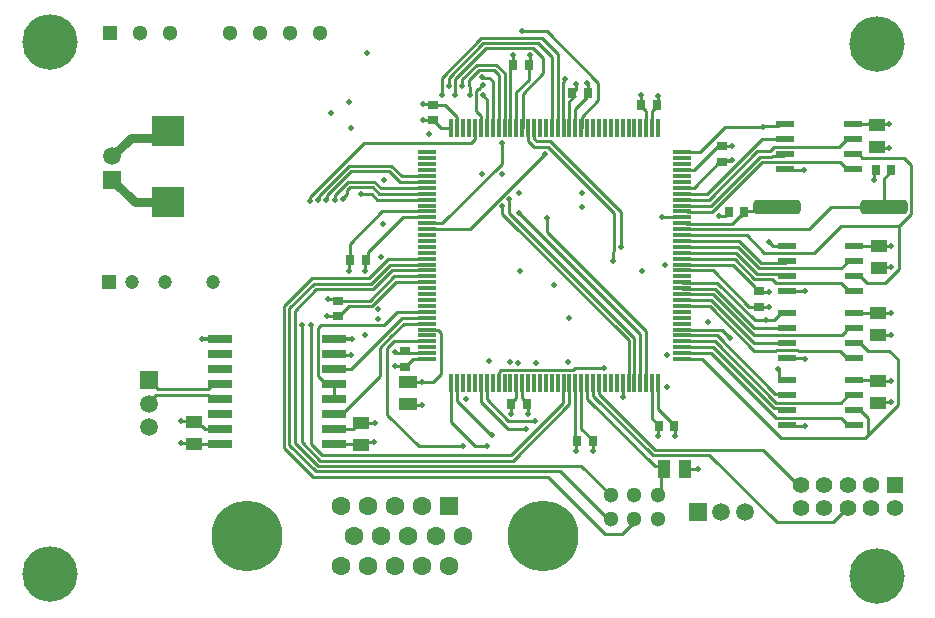
<source format=gtl>
G04*
G04 #@! TF.GenerationSoftware,Altium Limited,Altium Designer,23.11.1 (41)*
G04*
G04 Layer_Physical_Order=1*
G04 Layer_Color=255*
%FSLAX43Y43*%
%MOMM*%
G71*
G04*
G04 #@! TF.SameCoordinates,7BC64366-9C4D-408C-9FF9-50DFB5F98349*
G04*
G04*
G04 #@! TF.FilePolarity,Positive*
G04*
G01*
G75*
%ADD11C,0.250*%
%ADD14C,0.254*%
%ADD30C,1.400*%
%ADD32C,1.600*%
%ADD34R,1.600X1.600*%
%ADD35C,1.500*%
%ADD36R,1.500X1.500*%
%ADD39C,1.300*%
%ADD40R,0.300X1.600*%
%ADD41R,1.600X0.300*%
%ADD42R,1.050X1.500*%
%ADD43R,1.400X1.050*%
%ADD44R,0.800X0.900*%
%ADD45R,0.900X0.800*%
%ADD46R,1.600X0.600*%
G04:AMPARAMS|DCode=47|XSize=1.2mm|YSize=4mm|CornerRadius=0.3mm|HoleSize=0mm|Usage=FLASHONLY|Rotation=90.000|XOffset=0mm|YOffset=0mm|HoleType=Round|Shape=RoundedRectangle|*
%AMROUNDEDRECTD47*
21,1,1.200,3.400,0,0,90.0*
21,1,0.600,4.000,0,0,90.0*
1,1,0.600,1.700,0.300*
1,1,0.600,1.700,-0.300*
1,1,0.600,-1.700,-0.300*
1,1,0.600,-1.700,0.300*
%
%ADD47ROUNDEDRECTD47*%
%ADD48R,2.100X0.800*%
%ADD49R,1.500X1.050*%
%ADD50R,2.770X2.550*%
%ADD51C,0.350*%
%ADD52C,0.800*%
%ADD53C,6.000*%
%ADD54R,1.300X1.300*%
%ADD55R,1.500X1.500*%
%ADD56R,1.400X1.400*%
%ADD57C,4.700*%
%ADD58R,1.200X1.200*%
%ADD59C,1.200*%
%ADD60C,0.500*%
D11*
X77245Y49275D02*
Y49325D01*
X76575Y46175D02*
Y48605D01*
X77245Y49275D01*
X72163Y46175D02*
X76575D01*
X42000Y26000D02*
X43000D01*
X39982Y28018D02*
X42000Y26000D01*
X40482Y29756D02*
X43238Y27000D01*
X43242D01*
X43367Y26875D02*
X43435D01*
X43242Y27000D02*
X43367Y26875D01*
X39982Y28018D02*
Y31275D01*
X40975Y25975D02*
X41000Y26000D01*
X37200Y25975D02*
X40975D01*
X45064Y27402D02*
X46298D01*
X46300Y27400D01*
X28675Y24275D02*
X50978D01*
X53465Y21789D01*
X53211Y19789D02*
X53465D01*
X28488Y23825D02*
X49175D01*
X53211Y19789D01*
X53000Y18500D02*
X54400D01*
X48125Y23375D02*
X53000Y18500D01*
X54400D02*
X55700Y19800D01*
X28225Y23375D02*
X48125D01*
X66350Y25650D02*
X69323Y22677D01*
X57197Y25650D02*
X66350D01*
X69323Y22677D02*
X69545D01*
X67520Y19500D02*
X72311D01*
X73488Y20677D01*
X73545D01*
X61820Y25200D02*
X67520Y19500D01*
X59532Y35325D02*
X62482D01*
X68249Y30403D02*
X68392Y30260D01*
X62482Y35325D02*
X67404Y30403D01*
X68249D01*
X67457Y29635D02*
X72985D01*
X59532Y34825D02*
X62267D01*
X67457Y29635D01*
X62131Y34325D02*
X67291Y29165D01*
X59532Y34325D02*
X62131D01*
X67457Y39767D02*
X72962D01*
X63956Y41800D02*
X65639Y40117D01*
X67107D01*
X67457Y39767D01*
X61004Y50825D02*
X63179Y53000D01*
X66400D01*
X74482Y50655D02*
X74787Y50350D01*
X73982Y50655D02*
X74482D01*
X74787Y50350D02*
X78300D01*
X30794Y46943D02*
X31127Y47276D01*
X28026Y46764D02*
Y47051D01*
X28747Y47131D02*
X31316Y49700D01*
X30794Y46875D02*
Y46943D01*
X30139Y46836D02*
Y47251D01*
X29430Y46805D02*
Y47178D01*
X31127Y47276D02*
Y47602D01*
X28000Y46738D02*
X28026Y46764D01*
X28699Y46780D02*
X28747Y46828D01*
X31127Y47602D02*
X31400Y47875D01*
X29399Y46774D02*
X29430Y46805D01*
X30098Y46795D02*
X30139Y46836D01*
X28747Y46828D02*
Y47131D01*
X51007Y53810D02*
X52430Y55232D01*
Y56720D01*
X49575Y56932D02*
Y57000D01*
X49432Y56789D02*
X49575Y56932D01*
X49432Y53835D02*
Y56789D01*
X49457Y52900D02*
Y53810D01*
Y52900D02*
X49482Y52875D01*
X49432Y53835D02*
X49457Y53810D01*
X46007Y55807D02*
X47756Y57556D01*
X45482Y55918D02*
X46545Y56981D01*
X45482Y52875D02*
Y55918D01*
X47756Y57556D02*
Y58794D01*
X46007Y52900D02*
Y55807D01*
X46545Y56981D02*
Y58225D01*
X18875Y27625D02*
X19130Y27370D01*
X20432D01*
X18600Y27625D02*
X18875D01*
X18125Y28100D02*
X18600Y27625D01*
X51482Y29968D02*
Y31275D01*
X57550Y24254D02*
X57700Y24104D01*
Y21980D02*
Y24104D01*
X57196Y24254D02*
X57550D01*
X51482Y29968D02*
X57196Y24254D01*
X57700Y21800D02*
Y21980D01*
X39100Y32025D02*
Y35567D01*
X38425Y31350D02*
X39100Y32025D01*
X38867Y35800D02*
X39100Y35567D01*
X55982Y31275D02*
Y35421D01*
X45673Y45731D02*
X55982Y35421D01*
X48163Y51300D02*
X53729Y45735D01*
Y42440D02*
Y45735D01*
X54304Y42825D02*
Y45796D01*
X53675Y42387D02*
X53729Y42440D01*
X42100Y56014D02*
X42277Y56191D01*
X42298D01*
X42607Y56500D01*
X42675D01*
X41475Y56412D02*
Y56941D01*
Y56412D02*
X41517Y56369D01*
Y55732D02*
X41525Y55724D01*
X42982Y53200D02*
Y55325D01*
X42100Y54300D02*
Y56014D01*
Y54300D02*
X42457Y53943D01*
X42675Y55632D02*
X42982Y55325D01*
X42675Y55632D02*
Y55700D01*
X41517Y55732D02*
Y56369D01*
X34901Y35275D02*
X34901D01*
X35951Y36325D02*
X37932D01*
X34901Y35275D02*
X35951Y36325D01*
X33929Y34303D02*
X34901Y35275D01*
X34550Y34288D02*
X35087Y34825D01*
X37932D01*
X34550Y28625D02*
Y34288D01*
X33929Y31887D02*
Y34303D01*
X35815Y36825D02*
X37932D01*
X31457Y32467D02*
X35815Y36825D01*
X51007Y52900D02*
Y53810D01*
X59800Y24000D02*
X60900D01*
X57700Y23750D02*
X57950Y24000D01*
X28026Y47051D02*
X32625Y51650D01*
X29430Y47178D02*
X31502Y49250D01*
X30139Y47251D02*
X31239Y48350D01*
X62129Y40825D02*
X65203Y37750D01*
X59532Y40825D02*
X62129D01*
X62705Y50055D02*
X62925D01*
X56982Y54362D02*
X57445Y54825D01*
X35368Y33825D02*
X37932D01*
X44197Y32400D02*
X50261D01*
X50436Y32575D01*
X44007Y32210D02*
X44197Y32400D01*
X64800Y45875D02*
X67275D01*
X67575Y46175D01*
X50491Y56616D02*
X50500Y56625D01*
X50491Y56091D02*
Y56616D01*
X50225Y55825D02*
X50491Y56091D01*
X49982Y55157D02*
X50412Y55588D01*
X50482Y54538D02*
X51444Y55500D01*
X51545Y55825D01*
X50482Y52875D02*
Y54538D01*
X51548Y56150D02*
Y56652D01*
X51545Y55825D02*
X51548Y56150D01*
X51500Y56700D02*
X51548Y56652D01*
X48050Y61100D02*
X52430Y56720D01*
X45975Y61100D02*
X48050D01*
X18175Y26200D02*
X18200Y26175D01*
X17100Y26200D02*
X18175D01*
X18200Y26175D02*
X20357D01*
X17100Y28100D02*
X18125D01*
X45056Y27394D02*
X45064Y27402D01*
X49457Y29644D02*
Y31250D01*
X29047Y25175D02*
X44988D01*
X49457Y29644D01*
X45175Y24725D02*
X49982Y29532D01*
X28861Y24725D02*
X45175D01*
X49982Y29532D02*
Y31275D01*
X44806Y27394D02*
X45056D01*
X47100Y28100D02*
X47100Y28100D01*
X46475Y28675D02*
Y29445D01*
X44787Y28100D02*
X47100D01*
X42982Y29905D02*
X44787Y28100D01*
X75725Y53225D02*
X77075D01*
X62550Y51375D02*
X63700D01*
X76150Y42954D02*
X76204Y42900D01*
X59532Y41300D02*
X63820D01*
X32700Y41405D02*
X32945Y41650D01*
Y42370D01*
X28903Y36175D02*
X34293D01*
X28657Y35929D02*
X28903Y36175D01*
X34293D02*
X35418Y37300D01*
X34550Y28625D02*
X37200Y25975D01*
X28100Y26122D02*
Y36200D01*
Y26122D02*
X29047Y25175D01*
X42482Y29718D02*
X44806Y27394D01*
X30250Y38400D02*
X30375Y38275D01*
X29500Y38400D02*
X30250D01*
X27300Y26286D02*
Y36200D01*
Y26286D02*
X28861Y24725D01*
X32325Y27875D02*
X32350Y27900D01*
X33500D01*
X36450Y29400D02*
X37500D01*
X38115Y31352D02*
X38118Y31350D01*
X37548Y31352D02*
X38115D01*
X36350Y31400D02*
X37500D01*
X36325Y31375D02*
X36350Y31400D01*
X37500D02*
X37548Y31352D01*
X38118Y31350D02*
X38425D01*
X26700Y37427D02*
X28523Y39250D01*
X25800Y25800D02*
X28225Y23375D01*
X26250Y26063D02*
X28488Y23825D01*
X26700Y26250D02*
Y37427D01*
X28336Y39700D02*
X33164D01*
X26250Y26063D02*
Y37614D01*
X28523Y39250D02*
X33350D01*
X26700Y26250D02*
X28675Y24275D01*
X26250Y37614D02*
X28336Y39700D01*
X33164D02*
X34789Y41325D01*
X32575Y26275D02*
X33438D01*
X25800Y25800D02*
Y37800D01*
X32325Y26025D02*
X32575Y26275D01*
X25800Y37800D02*
X28150Y40150D01*
X52507Y30340D02*
X57197Y25650D01*
X52007Y30204D02*
X57011Y25200D01*
X61820D01*
X52007Y30204D02*
Y31250D01*
X51982Y31275D02*
X52007Y31250D01*
X52507Y30340D02*
Y31250D01*
X52482Y31275D02*
X52507Y31250D01*
X51945Y26425D02*
X52000Y26370D01*
X50575Y25550D02*
Y26375D01*
X52000Y25575D02*
Y26370D01*
X50575Y26375D02*
X50600Y26400D01*
X68427Y27685D02*
X69915D01*
X69950Y27650D01*
X30374Y36956D02*
X30400Y36930D01*
X29444Y36956D02*
X30374D01*
X28150Y40150D02*
X32976D01*
X31400Y41700D02*
Y43100D01*
X34125Y45825D01*
X37932D01*
X31300Y41600D02*
X31400Y41700D01*
X31300Y40800D02*
Y41600D01*
X32945Y42370D02*
X35900Y45325D01*
X37932D01*
X32700Y40800D02*
Y41405D01*
X32976Y40150D02*
X34651Y41825D01*
X37932D01*
X33350Y39250D02*
X34925Y40825D01*
X34789Y41325D02*
X37932D01*
X34925Y40825D02*
X37932D01*
X33050Y38250D02*
X35125Y40325D01*
X33236Y37800D02*
X35261Y39825D01*
X37932D01*
X35125Y40325D02*
X37932D01*
X31320Y37800D02*
X33236D01*
X30400Y38250D02*
X33050D01*
X30450Y36930D02*
X31320Y37800D01*
X44982Y52875D02*
Y57982D01*
X45225Y58225D01*
X43787Y58225D02*
X44482Y57530D01*
Y52875D02*
Y57530D01*
X43600Y57775D02*
X43982Y57393D01*
Y52875D02*
Y57393D01*
X43482Y52875D02*
Y56846D01*
X43177Y57152D02*
X43482Y56846D01*
X42642Y57152D02*
X43177D01*
X42595Y57199D02*
X42642Y57152D01*
X42457Y53673D02*
Y53943D01*
Y53673D02*
X42457Y53673D01*
Y52900D02*
X42482Y52875D01*
X42457Y52900D02*
Y53673D01*
X39750Y57125D02*
X42700Y60075D01*
X39750Y56450D02*
Y57125D01*
X62875Y35825D02*
X63575Y35125D01*
X59532Y35825D02*
X62875D01*
X59532Y33825D02*
X61994D01*
X67455Y28365D01*
X67291Y29165D02*
X68217D01*
X67455Y28365D02*
X72935D01*
X32625Y51650D02*
X41667D01*
X31239Y48350D02*
X33472D01*
X31502Y49250D02*
X34702D01*
X31316Y49700D02*
X34889D01*
X31400Y47875D02*
X33311D01*
X61227Y33325D02*
X67902Y26650D01*
X59532Y33325D02*
X61227D01*
X73405Y27895D02*
X73932D01*
X74107Y27720D01*
X72935Y28365D02*
X73405Y27895D01*
X73607Y30260D02*
X74107D01*
X73432Y30085D02*
X73607Y30260D01*
X73432Y30082D02*
Y30085D01*
X72985Y29635D02*
X73432Y30082D01*
X72850Y34050D02*
X73295Y33605D01*
X69332Y34050D02*
X72850D01*
X73932Y33605D02*
X74107Y33430D01*
X73295Y33605D02*
X73932D01*
X65619Y35345D02*
X73045D01*
X73607Y35970D02*
X74107D01*
X73432Y35795D02*
X73607Y35970D01*
X73432Y35732D02*
Y35795D01*
X73045Y35345D02*
X73432Y35732D01*
X62301Y39300D02*
X65631Y35970D01*
X68392D01*
X65648Y36627D02*
X66577D01*
X62475Y39800D02*
X65648Y36627D01*
X65628Y34700D02*
X68392D01*
X59532Y37825D02*
X61867D01*
X62003Y38325D02*
X65628Y34700D01*
X66577Y36627D02*
X66625Y36675D01*
X59357Y38825D02*
X62139D01*
X59532Y39300D02*
X62301D01*
X66625Y36675D02*
X67327D01*
X61867Y37825D02*
X65642Y34050D01*
X59532Y39800D02*
X62475D01*
X65642Y34050D02*
X67452D01*
X59532Y38325D02*
X62003D01*
X62139Y38825D02*
X65619Y35345D01*
X65203Y37750D02*
X66050D01*
X67327Y36675D02*
X67892Y37240D01*
X65992Y41037D02*
X72982D01*
X73607Y41662D01*
X74107D01*
X39150Y57162D02*
X42513Y60525D01*
X39150Y55800D02*
Y57162D01*
X42122Y58225D02*
X43787D01*
X42309Y57775D02*
X43600D01*
X38450Y53530D02*
X39105Y52875D01*
X39982D01*
X38400Y53530D02*
X38450D01*
X38380Y53550D02*
X38400Y53530D01*
X30682Y28640D02*
X33929Y31887D01*
X35175Y32700D02*
X36005D01*
X35268Y33925D02*
X35368Y33825D01*
X35200Y33925D02*
X35268D01*
X30077Y33675D02*
X31525D01*
X46370Y29550D02*
X46475Y29445D01*
X56982Y28268D02*
X57525Y27725D01*
Y27675D02*
Y27725D01*
X56982Y28268D02*
Y31275D01*
X57482Y29088D02*
X58845Y27725D01*
X57482Y29088D02*
Y31275D01*
X58845Y27675D02*
Y27725D01*
X57450Y27600D02*
X57525Y27675D01*
X57450Y26800D02*
Y27600D01*
X58845Y27675D02*
X58875Y27645D01*
Y26775D02*
Y27645D01*
X48350Y51750D02*
X54304Y45796D01*
X53675Y41650D02*
Y42387D01*
X33472Y48350D02*
X33997Y47825D01*
X32325Y47325D02*
X33225D01*
X32300Y47300D02*
X32325Y47325D01*
X33311Y47875D02*
X33861Y47325D01*
X33225D02*
X33725Y46825D01*
X74988Y26650D02*
X75232Y26894D01*
X67902Y26650D02*
X74963D01*
X75232Y26894D02*
Y28365D01*
X75250Y26912D02*
X77775Y29437D01*
Y33300D01*
X77050Y34025D02*
X77775Y33300D01*
X74107Y34700D02*
X74607D01*
X75282Y34025D02*
X77050D01*
X74607Y34700D02*
X75282Y34025D01*
X76736Y39798D02*
X77859Y40921D01*
X75201Y39798D02*
X76736D01*
X77859Y44575D02*
X78900Y45616D01*
X77859Y40921D02*
Y44575D01*
X78300Y50350D02*
X78900Y49750D01*
X72932Y44575D02*
X77859D01*
X78900Y45616D02*
Y49750D01*
X71257Y42900D02*
X72932Y44575D01*
X75800Y49200D02*
X75925Y49325D01*
X75800Y48475D02*
Y49200D01*
X74107Y40392D02*
X74607D01*
X75201Y39798D01*
X36025Y32680D02*
X36075D01*
X36720Y33325D01*
X37932D01*
X36005Y32700D02*
X36025Y32680D01*
X37134Y37300D02*
X37134Y37300D01*
X28657Y31905D02*
Y35929D01*
X37907Y37300D02*
X37932Y37325D01*
X37134Y37300D02*
X37907D01*
X35418Y37300D02*
X37134D01*
X34702Y49250D02*
X35627Y48325D01*
X34889Y49700D02*
X35764Y48825D01*
X54482Y31275D02*
X54491Y31266D01*
Y30109D02*
Y31266D01*
Y30109D02*
X54500Y30100D01*
X50436Y32575D02*
X52882D01*
X42482Y29718D02*
Y31275D01*
X42982Y29905D02*
Y31275D01*
X45000Y29500D02*
X45050Y29550D01*
X45000Y28700D02*
Y29500D01*
X48982Y52875D02*
Y59191D01*
X47648Y60525D02*
X48982Y59191D01*
X47197Y51750D02*
X48350D01*
X47007Y51940D02*
Y52850D01*
X44307Y45647D02*
X54982Y34972D01*
X44307Y45647D02*
Y46293D01*
X37932Y44325D02*
X41525D01*
X47007Y51940D02*
X47197Y51750D01*
X41525Y44325D02*
X47925Y50725D01*
X47011Y51300D02*
X48163D01*
X39188Y44825D02*
X44232Y49869D01*
Y51636D01*
X54982Y31275D02*
Y34972D01*
X44900Y45690D02*
Y46875D01*
Y45690D02*
X55482Y35108D01*
Y31275D02*
Y35108D01*
X46507Y51804D02*
X47011Y51300D01*
X46507Y51804D02*
Y52850D01*
X46482Y52875D02*
X46507Y52850D01*
X62778Y45475D02*
X63180D01*
X62727Y45425D02*
X62778Y45475D01*
X62660Y45425D02*
X62727D01*
X76175Y29675D02*
X77200D01*
X76175Y35400D02*
X77200D01*
X57850Y45350D02*
X57862Y45338D01*
X59520D02*
X59532Y45325D01*
X57862Y45338D02*
X59520D01*
X40482Y29756D02*
Y31275D01*
X30032Y33720D02*
X30077Y33675D01*
X36325Y29525D02*
X36450Y29400D01*
X43982Y31275D02*
X44007Y31300D01*
Y32210D01*
X50982Y27438D02*
Y31275D01*
Y27438D02*
X51945Y26475D01*
Y26425D02*
Y26475D01*
X50482Y26568D02*
Y31275D01*
Y26568D02*
X50625Y26425D01*
X76100Y51175D02*
X77075D01*
X76000Y51275D02*
X76100Y51175D01*
X75500Y53450D02*
X75725Y53225D01*
X75245Y53195D02*
X75500Y53450D01*
X76150Y41050D02*
X76200Y41100D01*
X77225D01*
X74107Y42932D02*
X76129D01*
X76204Y42900D02*
X77225D01*
X76129Y42932D02*
X76150Y42954D01*
X73982Y53195D02*
X75245D01*
X20357Y26175D02*
X20432Y26100D01*
X31645Y27370D02*
X32150Y27875D01*
X32325D01*
X30032Y27370D02*
X31645D01*
X32250Y26100D02*
X32325Y26025D01*
X30032Y26100D02*
X32250D01*
X37932Y35825D02*
X37957Y35800D01*
X38867D01*
X30049Y32467D02*
X31457D01*
X30032Y32450D02*
X30049Y32467D01*
X28657Y31905D02*
X29382Y31180D01*
X30032D01*
Y28640D02*
X30682D01*
X30032Y29910D02*
Y31180D01*
X56482Y52875D02*
Y54343D01*
X56075Y54750D02*
Y54800D01*
Y54750D02*
X56482Y54343D01*
X62925Y50055D02*
X63700D01*
X62925D02*
X63057Y50187D01*
X62875Y50005D02*
X62925Y50055D01*
X42513Y60525D02*
X47648D01*
X49982Y52875D02*
Y55157D01*
X50982Y52875D02*
X51007Y52900D01*
X46545Y58225D02*
X46625Y58305D01*
Y59050D01*
X42886Y59625D02*
X46925D01*
X47756Y58794D01*
X14375Y31550D02*
X15123Y30802D01*
X17363Y30797D02*
X19399D01*
X17154Y30293D02*
X19399D01*
X17149Y30298D02*
X17154Y30293D01*
X15011Y30298D02*
X17149D01*
X14375Y29662D02*
X15011Y30298D01*
X19399Y30797D02*
X19782Y31180D01*
Y29910D02*
X20432D01*
X19399Y30293D02*
X19782Y29910D01*
X14375Y29550D02*
Y29662D01*
X17358Y30802D02*
X17363Y30797D01*
X15123Y30802D02*
X17358D01*
X19782Y31180D02*
X20432D01*
X37575Y53550D02*
X38380D01*
X40922Y56441D02*
Y57025D01*
X41475Y56941D02*
X42309Y57775D01*
X40325Y55812D02*
Y57064D01*
X42886Y59625D01*
X40900Y56419D02*
X40922Y56441D01*
Y57025D02*
X42122Y58225D01*
X35627Y48325D02*
X37932D01*
X35764Y48825D02*
X37932D01*
X33997Y47825D02*
X37932D01*
X33725Y46825D02*
X37932D01*
X33861Y47325D02*
X37932D01*
X47315Y60075D02*
X48482Y58908D01*
X42700Y60075D02*
X47315D01*
X48482Y52875D02*
Y58908D01*
X45175Y58275D02*
Y59050D01*
X39417Y54850D02*
X40457Y53810D01*
Y52900D02*
Y53810D01*
X38400Y54850D02*
X39417D01*
X40457Y52900D02*
X40482Y52875D01*
X38325Y54925D02*
X38400Y54850D01*
X37575Y54925D02*
X38325D01*
X45982Y29988D02*
X46370Y29600D01*
Y29550D02*
Y29600D01*
X45050Y29550D02*
Y29600D01*
X45482Y30032D01*
X45982Y29988D02*
Y31275D01*
X45482Y30032D02*
Y31275D01*
X49457Y31250D02*
X49482Y31275D01*
X37932Y44825D02*
X39188D01*
X68284Y49367D02*
X69808D01*
X69825Y49350D01*
X68267Y49385D02*
X68284Y49367D01*
X72857Y50010D02*
X73482Y49385D01*
X73982D01*
X70288Y44300D02*
X72163Y46175D01*
X70664Y42307D02*
X71257Y42900D01*
X67457Y34055D02*
X69327D01*
X67452Y34050D02*
X67457Y34055D01*
X68392Y27720D02*
X68427Y27685D01*
X68217Y29165D02*
X68392Y28990D01*
X67717Y31705D02*
X67892Y31530D01*
X68392D01*
X67717Y31705D02*
Y32383D01*
X74107Y28990D02*
X74607D01*
X75232Y28365D01*
X68428Y39086D02*
X69914D01*
X69950Y39050D01*
X73607Y39122D02*
X74107D01*
X72962Y39767D02*
X73607Y39122D01*
X69910Y33390D02*
X69950Y33350D01*
X68392Y33430D02*
X68432Y33390D01*
X69910D01*
X69327Y34055D02*
X69332Y34050D01*
X67650Y32450D02*
X67717Y32383D01*
X41667Y51650D02*
X41957Y51940D01*
X73482Y51925D02*
X73982D01*
X72837Y51280D02*
X73482Y51925D01*
X67332Y51280D02*
X72837D01*
X66285Y50010D02*
X72857D01*
X68092Y50480D02*
X68267Y50655D01*
X67169Y50480D02*
X68092D01*
X67149Y50460D02*
X67169Y50480D01*
X63057Y50187D02*
X63715D01*
X66400Y53048D02*
X67623D01*
X66962Y50910D02*
X67332Y51280D01*
X67623Y53048D02*
X67700Y53125D01*
X66266Y51925D02*
X68267D01*
X65887Y50910D02*
X66962D01*
X59532Y50825D02*
X61004D01*
X59538Y49331D02*
X60506D01*
X59532Y49325D02*
X59538Y49331D01*
X60506D02*
X62550Y51375D01*
X60494Y47844D02*
X62705Y50055D01*
X60025Y47825D02*
X60044Y47844D01*
X60494D01*
X66473Y42307D02*
X70664D01*
X59925Y44300D02*
X70288D01*
X63455Y45750D02*
Y45800D01*
X59925D02*
X62075D01*
X63180Y45475D02*
X63455Y45750D01*
X64775D02*
Y45800D01*
X64500Y45475D02*
X64775Y45750D01*
X66073Y50460D02*
X67149D01*
X61666Y47325D02*
X66266Y51925D01*
X61802Y46825D02*
X65887Y50910D01*
X61939Y46325D02*
X66073Y50460D01*
X62075Y45800D02*
X66285Y50010D01*
X59750Y47300D02*
X59775Y47325D01*
X59775Y46300D02*
X59800Y46325D01*
X59775Y47325D02*
X61666D01*
X60000Y46800D02*
X60025Y46825D01*
X59800Y46325D02*
X61939D01*
X60025Y46825D02*
X61802D01*
X67217Y42932D02*
X68392D01*
X65826Y40567D02*
X68217D01*
X64980Y43800D02*
X66473Y42307D01*
X66850Y43275D02*
X66874D01*
X64229Y42800D02*
X65992Y41037D01*
X66874Y43275D02*
X67217Y42932D01*
X68217Y41487D02*
X68392Y41662D01*
X67151Y41487D02*
X68217D01*
Y40567D02*
X68392Y40392D01*
X64316Y43350D02*
X66178Y41487D01*
X67151D02*
X67151Y41487D01*
X66178Y41487D02*
X67151D01*
X59875Y43350D02*
X64316D01*
X59532Y42800D02*
X64229D01*
X59875Y43800D02*
X64980D01*
X59925Y41800D02*
X63956D01*
X59532Y42300D02*
X64093D01*
X63775Y44800D02*
X64450Y45475D01*
X64500D01*
X59850Y44800D02*
X63775D01*
X64093Y42300D02*
X65826Y40567D01*
X63820Y41300D02*
X65725Y39395D01*
X48100Y44100D02*
Y45275D01*
Y44100D02*
X56482Y35718D01*
X68392Y39122D02*
X68428Y39086D01*
X67892Y37240D02*
X68392D01*
X66100Y37700D02*
X66875D01*
X66103Y39017D02*
X66875D01*
X66000Y39070D02*
X66050D01*
X65725Y39345D02*
Y39395D01*
Y39345D02*
X66000Y39070D01*
X57445Y54825D02*
Y55625D01*
X56982Y52875D02*
Y54362D01*
X41957Y52850D02*
X41982Y52875D01*
X41957Y52077D02*
Y52850D01*
X55995Y54950D02*
Y55650D01*
X45175Y58275D02*
X45225Y58225D01*
X46982Y52875D02*
X47007Y52850D01*
X45982Y52875D02*
X46007Y52900D01*
X41957Y51940D02*
Y52077D01*
X41957Y52077D01*
X56482Y31275D02*
Y35718D01*
D14*
X77170Y37225D02*
X77185Y37240D01*
X74107D02*
X76125D01*
X76110Y31530D02*
X76140Y31500D01*
X77200D01*
X74107Y31530D02*
X76110D01*
X76125Y37240D02*
X76140Y37225D01*
X77170D01*
D30*
X77545Y20677D02*
D03*
X75545D02*
D03*
X73545D02*
D03*
X75545Y22677D02*
D03*
X73545D02*
D03*
X71545D02*
D03*
X69545D02*
D03*
X71545Y20677D02*
D03*
X69545D02*
D03*
D32*
X37500Y20905D02*
D03*
X35200D02*
D03*
X32900D02*
D03*
X30600D02*
D03*
X40950Y18365D02*
D03*
X38650D02*
D03*
X36350D02*
D03*
X34050D02*
D03*
X31750D02*
D03*
X39800Y15825D02*
D03*
X37500D02*
D03*
X30600D02*
D03*
X35200D02*
D03*
X32900D02*
D03*
D34*
X39800Y20905D02*
D03*
D35*
X14375Y27550D02*
D03*
Y29550D02*
D03*
X64846Y20405D02*
D03*
X62846D02*
D03*
X11285Y50495D02*
D03*
D36*
X60846Y20405D02*
D03*
D39*
X26305Y60909D02*
D03*
X28845D02*
D03*
X23765D02*
D03*
X21225D02*
D03*
X16145D02*
D03*
X13605D02*
D03*
X55465Y21789D02*
D03*
X53465D02*
D03*
X57465D02*
D03*
Y19789D02*
D03*
X53465D02*
D03*
X55465D02*
D03*
D40*
X57482Y31275D02*
D03*
X56982D02*
D03*
X56482D02*
D03*
X55982D02*
D03*
X55482D02*
D03*
X54982D02*
D03*
X54482D02*
D03*
X53982D02*
D03*
X53482D02*
D03*
X52982D02*
D03*
X52482D02*
D03*
X51982D02*
D03*
X51482D02*
D03*
X50982D02*
D03*
X50482D02*
D03*
X49982D02*
D03*
X49482D02*
D03*
X48982D02*
D03*
X48482D02*
D03*
X47982D02*
D03*
X47482D02*
D03*
X46982D02*
D03*
X46482D02*
D03*
X45982D02*
D03*
X45482D02*
D03*
X44982D02*
D03*
X44482D02*
D03*
X43982D02*
D03*
X43482D02*
D03*
X42982D02*
D03*
X42482D02*
D03*
X41982D02*
D03*
X41482D02*
D03*
X40982D02*
D03*
X40482D02*
D03*
X39982D02*
D03*
Y52875D02*
D03*
X40482D02*
D03*
X40982D02*
D03*
X41482D02*
D03*
X41982D02*
D03*
X42482D02*
D03*
X42982D02*
D03*
X43482D02*
D03*
X43982D02*
D03*
X44482D02*
D03*
X44982D02*
D03*
X45482D02*
D03*
X45982D02*
D03*
X46482D02*
D03*
X46982D02*
D03*
X47482D02*
D03*
X47982D02*
D03*
X48482D02*
D03*
X48982D02*
D03*
X49482D02*
D03*
X49982D02*
D03*
X50482D02*
D03*
X50982D02*
D03*
X51482D02*
D03*
X51982D02*
D03*
X52482D02*
D03*
X52982D02*
D03*
X53482D02*
D03*
X53982D02*
D03*
X54482D02*
D03*
X54982D02*
D03*
X55482D02*
D03*
X55982D02*
D03*
X56482D02*
D03*
X56982D02*
D03*
X57482D02*
D03*
D41*
X37932Y33325D02*
D03*
Y33825D02*
D03*
Y34325D02*
D03*
Y34825D02*
D03*
Y35325D02*
D03*
Y35825D02*
D03*
Y36325D02*
D03*
Y36825D02*
D03*
Y37325D02*
D03*
Y37825D02*
D03*
Y38325D02*
D03*
Y38825D02*
D03*
Y39325D02*
D03*
Y39825D02*
D03*
Y40325D02*
D03*
Y40825D02*
D03*
Y41325D02*
D03*
Y41825D02*
D03*
Y42325D02*
D03*
Y42825D02*
D03*
Y43325D02*
D03*
Y43825D02*
D03*
Y44325D02*
D03*
Y44825D02*
D03*
Y45325D02*
D03*
Y45825D02*
D03*
Y46325D02*
D03*
Y46825D02*
D03*
Y47325D02*
D03*
Y47825D02*
D03*
Y48325D02*
D03*
Y48825D02*
D03*
Y49325D02*
D03*
Y49825D02*
D03*
Y50325D02*
D03*
Y50825D02*
D03*
X59532D02*
D03*
Y50325D02*
D03*
Y49825D02*
D03*
Y49325D02*
D03*
Y48825D02*
D03*
Y48325D02*
D03*
Y47825D02*
D03*
Y47325D02*
D03*
Y46825D02*
D03*
Y46325D02*
D03*
Y45825D02*
D03*
Y45325D02*
D03*
Y44825D02*
D03*
Y44325D02*
D03*
Y43825D02*
D03*
Y43325D02*
D03*
Y42825D02*
D03*
Y42325D02*
D03*
Y41825D02*
D03*
Y41325D02*
D03*
Y40825D02*
D03*
Y40325D02*
D03*
Y39825D02*
D03*
Y39325D02*
D03*
Y38825D02*
D03*
Y38325D02*
D03*
Y37825D02*
D03*
Y37325D02*
D03*
Y36825D02*
D03*
Y36325D02*
D03*
Y35825D02*
D03*
Y35325D02*
D03*
Y34825D02*
D03*
Y34325D02*
D03*
Y33825D02*
D03*
Y33325D02*
D03*
D42*
X59800Y24000D02*
D03*
X57950D02*
D03*
D43*
X32325Y26025D02*
D03*
Y27875D02*
D03*
X76125Y29625D02*
D03*
Y31475D02*
D03*
Y35350D02*
D03*
Y37200D02*
D03*
X76150Y41050D02*
D03*
Y42900D02*
D03*
X18200Y26175D02*
D03*
Y28025D02*
D03*
X76000Y53125D02*
D03*
Y51275D02*
D03*
D44*
X58845Y27675D02*
D03*
X57525D02*
D03*
X51945Y26425D02*
D03*
X50625D02*
D03*
X45225Y58225D02*
D03*
X46545D02*
D03*
X56075Y54800D02*
D03*
X57395D02*
D03*
X75925Y49325D02*
D03*
X77245D02*
D03*
X64775Y45800D02*
D03*
X63455D02*
D03*
X45050Y29550D02*
D03*
X46370D02*
D03*
X31400Y41700D02*
D03*
X32720D02*
D03*
X51545Y55825D02*
D03*
X50225D02*
D03*
D45*
X36025Y32680D02*
D03*
Y34000D02*
D03*
X30400Y36930D02*
D03*
Y38250D02*
D03*
X38400Y53530D02*
D03*
Y54850D02*
D03*
X66050Y37750D02*
D03*
Y39070D02*
D03*
X62875Y50005D02*
D03*
Y51325D02*
D03*
D46*
X73982Y53195D02*
D03*
X68267D02*
D03*
X73982Y51925D02*
D03*
Y50655D02*
D03*
Y49385D02*
D03*
X68267D02*
D03*
Y50655D02*
D03*
Y51925D02*
D03*
X74107Y42932D02*
D03*
X68392D02*
D03*
X74107Y41662D02*
D03*
Y40392D02*
D03*
Y39122D02*
D03*
X68392D02*
D03*
Y40392D02*
D03*
Y41662D02*
D03*
X74107Y31530D02*
D03*
X68392D02*
D03*
X74107Y30260D02*
D03*
Y28990D02*
D03*
Y27720D02*
D03*
X68392D02*
D03*
Y28990D02*
D03*
Y30260D02*
D03*
Y35970D02*
D03*
Y34700D02*
D03*
Y33430D02*
D03*
X74107D02*
D03*
Y34700D02*
D03*
Y35970D02*
D03*
X68392Y37240D02*
D03*
X74107D02*
D03*
D47*
X67575Y46175D02*
D03*
X76575D02*
D03*
D48*
X20432Y31180D02*
D03*
X30032D02*
D03*
X20432Y26100D02*
D03*
Y27370D02*
D03*
Y28640D02*
D03*
Y29910D02*
D03*
Y32450D02*
D03*
Y33720D02*
D03*
Y34990D02*
D03*
X30032Y29910D02*
D03*
Y28640D02*
D03*
Y27370D02*
D03*
Y26100D02*
D03*
Y34990D02*
D03*
Y33720D02*
D03*
Y32450D02*
D03*
D49*
X36325Y31375D02*
D03*
Y29525D02*
D03*
D50*
X15985Y46595D02*
D03*
Y52595D02*
D03*
D51*
X31595Y34995D02*
X31600Y35000D01*
X30037Y34995D02*
X31595D01*
X30032Y34990D02*
X30037Y34995D01*
X18880D02*
X20427D01*
X18875Y35000D02*
X18880Y34995D01*
X20427D02*
X20432Y34990D01*
D52*
X13185Y46595D02*
X15985D01*
X11285Y48495D02*
X13185Y46595D01*
X11285Y50495D02*
X12860Y52070D01*
X15460D01*
X15985Y52595D01*
D53*
X47700Y18365D02*
D03*
X22700D02*
D03*
D54*
X11065Y60909D02*
D03*
D55*
X14375Y31550D02*
D03*
X11285Y48495D02*
D03*
D56*
X77545Y22677D02*
D03*
D57*
X6000Y60164D02*
D03*
X76000Y60000D02*
D03*
X6000Y15164D02*
D03*
X76000Y15000D02*
D03*
D58*
X10975Y39832D02*
D03*
D59*
X12975D02*
D03*
X15775D02*
D03*
X19775D02*
D03*
D60*
X43000Y26000D02*
D03*
X43435Y26875D02*
D03*
X41000Y26000D02*
D03*
X46300Y27400D02*
D03*
X29399Y46774D02*
D03*
X28699Y46780D02*
D03*
X30794Y46875D02*
D03*
X28000Y46738D02*
D03*
X30098Y46795D02*
D03*
X58100Y41300D02*
D03*
X54304Y42825D02*
D03*
X42675Y56500D02*
D03*
Y55700D02*
D03*
X41525Y55724D02*
D03*
X34200Y44725D02*
D03*
X60900Y24000D02*
D03*
X44915Y33118D02*
D03*
X45600Y32975D02*
D03*
X51500Y56700D02*
D03*
X32800Y59200D02*
D03*
X17100Y26200D02*
D03*
Y28100D02*
D03*
X46475Y28675D02*
D03*
X47100Y28100D02*
D03*
X33776Y36750D02*
D03*
X31600Y35000D02*
D03*
X33775Y37525D02*
D03*
X29500Y38400D02*
D03*
X28100Y36200D02*
D03*
X27300D02*
D03*
X33500Y27900D02*
D03*
X37500Y29400D02*
D03*
Y31400D02*
D03*
X33438Y26275D02*
D03*
X50575Y25550D02*
D03*
X52000Y25575D02*
D03*
X69950Y27650D02*
D03*
X29444Y36956D02*
D03*
X31300Y40800D02*
D03*
X32700D02*
D03*
X42595Y57199D02*
D03*
X39750Y56419D02*
D03*
X47150Y33025D02*
D03*
X63575Y35125D02*
D03*
X61750Y36425D02*
D03*
X66625Y36675D02*
D03*
X34007Y41993D02*
D03*
X35175Y32700D02*
D03*
X35200Y33925D02*
D03*
X31525Y33675D02*
D03*
X58875Y26775D02*
D03*
X57450Y26800D02*
D03*
X56100Y40800D02*
D03*
X58200Y33675D02*
D03*
X58275Y30925D02*
D03*
X32300Y47300D02*
D03*
X75800Y48475D02*
D03*
X32665Y35360D02*
D03*
X54500Y30100D02*
D03*
X52882Y32575D02*
D03*
X53675Y41650D02*
D03*
X45000Y28700D02*
D03*
X49575Y57000D02*
D03*
X44307Y46293D02*
D03*
X47925Y50725D02*
D03*
X49850Y33050D02*
D03*
X44300Y48975D02*
D03*
X18875Y35000D02*
D03*
X45673Y45731D02*
D03*
X45742Y47401D02*
D03*
X44900Y46875D02*
D03*
X51050Y47350D02*
D03*
X62660Y45425D02*
D03*
X77200Y29675D02*
D03*
Y35400D02*
D03*
X51050Y46175D02*
D03*
X31350Y55100D02*
D03*
X63715Y50187D02*
D03*
X57850Y45350D02*
D03*
X43125Y33175D02*
D03*
X77075Y51175D02*
D03*
Y53225D02*
D03*
X77225Y41100D02*
D03*
X77200Y31500D02*
D03*
Y37225D02*
D03*
X77225Y42900D02*
D03*
X50500Y56625D02*
D03*
X45975Y61100D02*
D03*
X46625Y59050D02*
D03*
X41250Y29975D02*
D03*
X40900Y56419D02*
D03*
X40325Y55724D02*
D03*
X39150D02*
D03*
X34275Y48475D02*
D03*
X45175Y59050D02*
D03*
X37575Y54925D02*
D03*
Y53550D02*
D03*
X45775Y40800D02*
D03*
X31500Y52900D02*
D03*
X48100Y45275D02*
D03*
X63700Y51375D02*
D03*
X42575Y49025D02*
D03*
X29825Y54200D02*
D03*
X55995Y55650D02*
D03*
X57445Y55625D02*
D03*
X69825Y49350D02*
D03*
X66850Y43275D02*
D03*
X69950Y39050D02*
D03*
X66875Y37700D02*
D03*
Y39017D02*
D03*
X69950Y33350D02*
D03*
X67650Y32450D02*
D03*
X44232Y51636D02*
D03*
X38075Y52400D02*
D03*
X48700Y39575D02*
D03*
X49975Y36800D02*
D03*
X66400Y53000D02*
D03*
M02*

</source>
